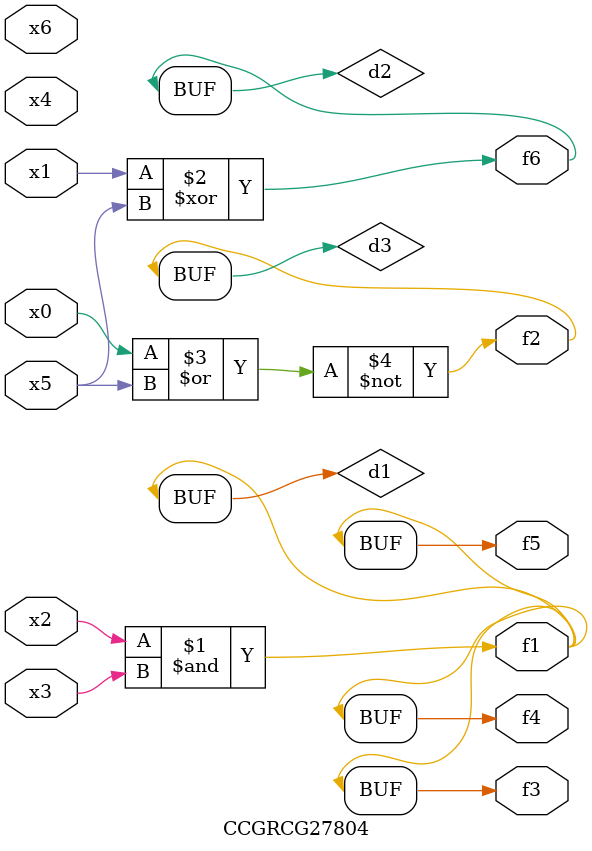
<source format=v>
module CCGRCG27804(
	input x0, x1, x2, x3, x4, x5, x6,
	output f1, f2, f3, f4, f5, f6
);

	wire d1, d2, d3;

	and (d1, x2, x3);
	xor (d2, x1, x5);
	nor (d3, x0, x5);
	assign f1 = d1;
	assign f2 = d3;
	assign f3 = d1;
	assign f4 = d1;
	assign f5 = d1;
	assign f6 = d2;
endmodule

</source>
